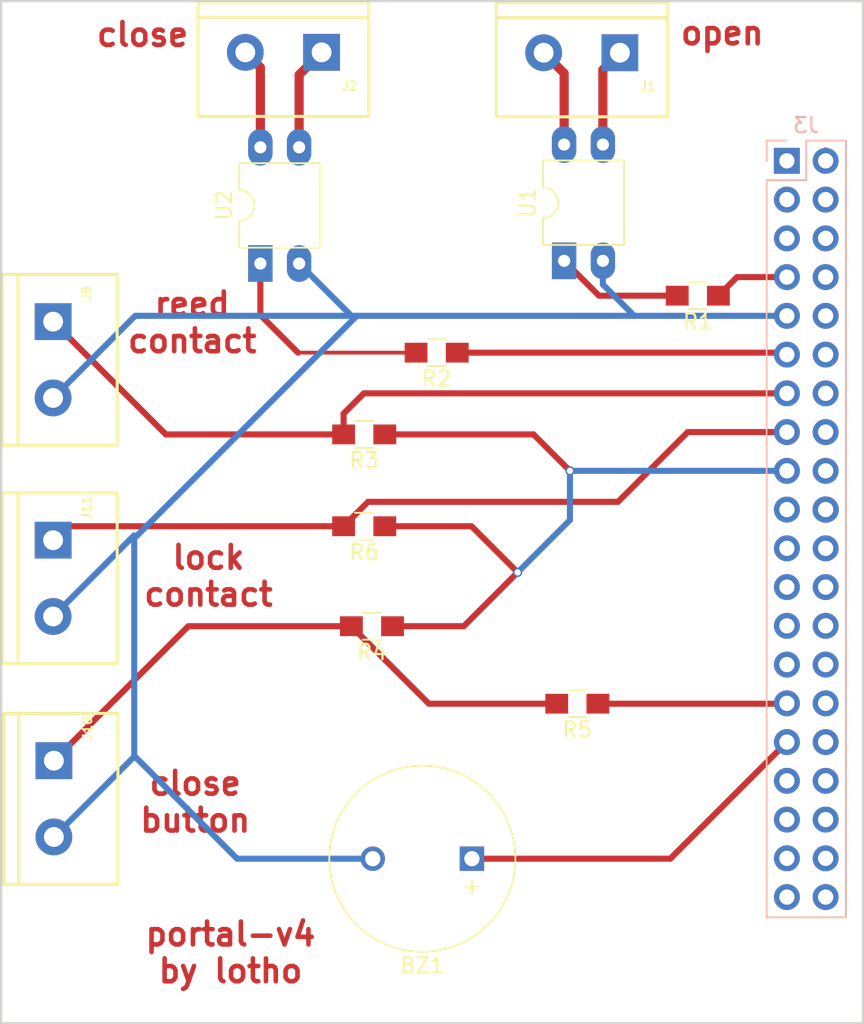
<source format=kicad_pcb>
(kicad_pcb (version 4) (host pcbnew 4.0.7)

  (general
    (links 25)
    (no_connects 0)
    (area 114.727667 58.755399 175.506811 127.33)
    (thickness 1.6)
    (drawings 10)
    (tracks 76)
    (zones 0)
    (modules 19)
    (nets 52)
  )

  (page A4)
  (layers
    (0 F.Cu signal)
    (31 B.Cu signal)
    (32 B.Adhes user)
    (33 F.Adhes user)
    (34 B.Paste user)
    (35 F.Paste user)
    (36 B.SilkS user)
    (37 F.SilkS user)
    (38 B.Mask user)
    (39 F.Mask user)
    (40 Dwgs.User user)
    (41 Cmts.User user)
    (42 Eco1.User user)
    (43 Eco2.User user)
    (44 Edge.Cuts user)
    (45 Margin user)
    (46 B.CrtYd user)
    (47 F.CrtYd user)
    (48 B.Fab user)
    (49 F.Fab user)
  )

  (setup
    (last_trace_width 0.4)
    (trace_clearance 0.2)
    (zone_clearance 0.508)
    (zone_45_only no)
    (trace_min 0.2)
    (segment_width 0.2)
    (edge_width 0.15)
    (via_size 0.6)
    (via_drill 0.4)
    (via_min_size 0.4)
    (via_min_drill 0.3)
    (uvia_size 0.3)
    (uvia_drill 0.1)
    (uvias_allowed no)
    (uvia_min_size 0.2)
    (uvia_min_drill 0.1)
    (pcb_text_width 0.3)
    (pcb_text_size 1.5 1.5)
    (mod_edge_width 0.15)
    (mod_text_size 1 1)
    (mod_text_width 0.15)
    (pad_size 2.4 1.6)
    (pad_drill 0.8)
    (pad_to_mask_clearance 0.2)
    (aux_axis_origin 0 0)
    (visible_elements FFFFFF7F)
    (pcbplotparams
      (layerselection 0x010fc_80000001)
      (usegerberextensions true)
      (excludeedgelayer true)
      (linewidth 0.100000)
      (plotframeref false)
      (viasonmask false)
      (mode 1)
      (useauxorigin true)
      (hpglpennumber 1)
      (hpglpenspeed 20)
      (hpglpendiameter 15)
      (hpglpenoverlay 2)
      (psnegative false)
      (psa4output false)
      (plotreference true)
      (plotvalue true)
      (plotinvisibletext false)
      (padsonsilk false)
      (subtractmaskfromsilk false)
      (outputformat 1)
      (mirror false)
      (drillshape 0)
      (scaleselection 1)
      (outputdirectory gerber-v0.1/))
  )

  (net 0 "")
  (net 1 /keymatic_open)
  (net 2 "Net-(J1-Pad1)")
  (net 3 GND)
  (net 4 "Net-(J1-Pad2)")
  (net 5 /keymatic_close)
  (net 6 "Net-(J2-Pad1)")
  (net 7 "Net-(J2-Pad2)")
  (net 8 "Net-(J3-Pad3)")
  (net 9 "Net-(J3-Pad4)")
  (net 10 "Net-(J3-Pad5)")
  (net 11 "Net-(J3-Pad6)")
  (net 12 "Net-(J3-Pad8)")
  (net 13 "Net-(J3-Pad10)")
  (net 14 "Net-(J3-Pad12)")
  (net 15 "Net-(J3-Pad14)")
  (net 16 "Net-(J3-Pad16)")
  (net 17 "Net-(J3-Pad18)")
  (net 18 "Net-(J3-Pad20)")
  (net 19 "Net-(J3-Pad22)")
  (net 20 "Net-(J3-Pad23)")
  (net 21 "Net-(J3-Pad24)")
  (net 22 "Net-(J3-Pad26)")
  (net 23 "Net-(J3-Pad27)")
  (net 24 "Net-(J3-Pad28)")
  (net 25 "Net-(J3-Pad30)")
  (net 26 "Net-(J3-Pad32)")
  (net 27 "Net-(J3-Pad33)")
  (net 28 "Net-(J3-Pad34)")
  (net 29 "Net-(J3-Pad35)")
  (net 30 "Net-(J3-Pad36)")
  (net 31 "Net-(J3-Pad37)")
  (net 32 "Net-(J3-Pad38)")
  (net 33 "Net-(J3-Pad39)")
  (net 34 "Net-(J3-Pad40)")
  (net 35 "Net-(J4-Pad1)")
  (net 36 "Net-(J5-Pad1)")
  (net 37 "Net-(J6-Pad1)")
  (net 38 "Net-(J7-Pad1)")
  (net 39 /reed_contact)
  (net 40 /closebutton)
  (net 41 /beeper)
  (net 42 "Net-(R1-Pad2)")
  (net 43 "Net-(R2-Pad2)")
  (net 44 VCC)
  (net 45 /5V)
  (net 46 "Net-(J10-Pad1)")
  (net 47 "Net-(J3-Pad19)")
  (net 48 "Net-(J3-Pad21)")
  (net 49 "Net-(J3-Pad1)")
  (net 50 /lock_contact)
  (net 51 "Net-(J3-Pad25)")

  (net_class Default "Dies ist die voreingestellte Netzklasse."
    (clearance 0.2)
    (trace_width 0.4)
    (via_dia 0.6)
    (via_drill 0.4)
    (uvia_dia 0.3)
    (uvia_drill 0.1)
    (add_net /5V)
    (add_net /beeper)
    (add_net /closebutton)
    (add_net /keymatic_close)
    (add_net /keymatic_open)
    (add_net /lock_contact)
    (add_net /reed_contact)
    (add_net GND)
    (add_net "Net-(J10-Pad1)")
    (add_net "Net-(J3-Pad1)")
    (add_net "Net-(J3-Pad10)")
    (add_net "Net-(J3-Pad12)")
    (add_net "Net-(J3-Pad14)")
    (add_net "Net-(J3-Pad16)")
    (add_net "Net-(J3-Pad18)")
    (add_net "Net-(J3-Pad19)")
    (add_net "Net-(J3-Pad20)")
    (add_net "Net-(J3-Pad21)")
    (add_net "Net-(J3-Pad22)")
    (add_net "Net-(J3-Pad23)")
    (add_net "Net-(J3-Pad24)")
    (add_net "Net-(J3-Pad25)")
    (add_net "Net-(J3-Pad26)")
    (add_net "Net-(J3-Pad27)")
    (add_net "Net-(J3-Pad28)")
    (add_net "Net-(J3-Pad3)")
    (add_net "Net-(J3-Pad30)")
    (add_net "Net-(J3-Pad32)")
    (add_net "Net-(J3-Pad33)")
    (add_net "Net-(J3-Pad34)")
    (add_net "Net-(J3-Pad35)")
    (add_net "Net-(J3-Pad36)")
    (add_net "Net-(J3-Pad37)")
    (add_net "Net-(J3-Pad38)")
    (add_net "Net-(J3-Pad39)")
    (add_net "Net-(J3-Pad4)")
    (add_net "Net-(J3-Pad40)")
    (add_net "Net-(J3-Pad5)")
    (add_net "Net-(J3-Pad6)")
    (add_net "Net-(J3-Pad8)")
    (add_net "Net-(J4-Pad1)")
    (add_net "Net-(J5-Pad1)")
    (add_net "Net-(J6-Pad1)")
    (add_net "Net-(J7-Pad1)")
    (add_net "Net-(R1-Pad2)")
    (add_net "Net-(R2-Pad2)")
    (add_net VCC)
  )

  (net_class "more power" ""
    (clearance 0.2)
    (trace_width 0.6)
    (via_dia 0.6)
    (via_drill 0.4)
    (uvia_dia 0.3)
    (uvia_drill 0.1)
    (add_net "Net-(J1-Pad1)")
    (add_net "Net-(J1-Pad2)")
    (add_net "Net-(J2-Pad1)")
    (add_net "Net-(J2-Pad2)")
  )

  (module Socket_Strips:Socket_Strip_Straight_2x20_Pitch2.54mm (layer B.Cu) (tedit 5A749DB4) (tstamp 59A2EE0A)
    (at 167.513 69.469 180)
    (descr "Through hole straight socket strip, 2x20, 2.54mm pitch, double rows")
    (tags "Through hole socket strip THT 2x20 2.54mm double row")
    (path /59A2E852)
    (fp_text reference J3 (at -1.27 2.33 180) (layer B.SilkS)
      (effects (font (size 1 1) (thickness 0.15)) (justify mirror))
    )
    (fp_text value Raspberry_Pi_2_3 (at -1.27 -50.59 180) (layer B.Fab) hide
      (effects (font (size 1 1) (thickness 0.15)) (justify mirror))
    )
    (fp_line (start -3.81 1.27) (end -3.81 -49.53) (layer B.Fab) (width 0.1))
    (fp_line (start -3.81 -49.53) (end 1.27 -49.53) (layer B.Fab) (width 0.1))
    (fp_line (start 1.27 -49.53) (end 1.27 1.27) (layer B.Fab) (width 0.1))
    (fp_line (start 1.27 1.27) (end -3.81 1.27) (layer B.Fab) (width 0.1))
    (fp_line (start 1.33 -1.27) (end 1.33 -49.59) (layer B.SilkS) (width 0.12))
    (fp_line (start 1.33 -49.59) (end -3.87 -49.59) (layer B.SilkS) (width 0.12))
    (fp_line (start -3.87 -49.59) (end -3.87 1.33) (layer B.SilkS) (width 0.12))
    (fp_line (start -3.87 1.33) (end -1.27 1.33) (layer B.SilkS) (width 0.12))
    (fp_line (start -1.27 1.33) (end -1.27 -1.27) (layer B.SilkS) (width 0.12))
    (fp_line (start -1.27 -1.27) (end 1.33 -1.27) (layer B.SilkS) (width 0.12))
    (fp_line (start 1.33 0) (end 1.33 1.33) (layer B.SilkS) (width 0.12))
    (fp_line (start 1.33 1.33) (end 0.06 1.33) (layer B.SilkS) (width 0.12))
    (fp_line (start -4.35 1.8) (end -4.35 -50.05) (layer B.CrtYd) (width 0.05))
    (fp_line (start -4.35 -50.05) (end 1.8 -50.05) (layer B.CrtYd) (width 0.05))
    (fp_line (start 1.8 -50.05) (end 1.8 1.8) (layer B.CrtYd) (width 0.05))
    (fp_line (start 1.8 1.8) (end -4.35 1.8) (layer B.CrtYd) (width 0.05))
    (fp_text user %R (at -1.27 2.33 180) (layer B.Fab)
      (effects (font (size 1 1) (thickness 0.15)) (justify mirror))
    )
    (pad 1 thru_hole rect (at 0 0 180) (size 1.7 1.7) (drill 1) (layers *.Cu *.Mask)
      (net 49 "Net-(J3-Pad1)"))
    (pad 2 thru_hole oval (at -2.54 0 180) (size 1.7 1.7) (drill 1) (layers *.Cu *.Mask)
      (net 45 /5V))
    (pad 3 thru_hole oval (at 0 -2.54 180) (size 1.7 1.7) (drill 1) (layers *.Cu *.Mask)
      (net 8 "Net-(J3-Pad3)"))
    (pad 4 thru_hole oval (at -2.54 -2.54 180) (size 1.7 1.7) (drill 1) (layers *.Cu *.Mask)
      (net 9 "Net-(J3-Pad4)"))
    (pad 5 thru_hole oval (at 0 -5.08 180) (size 1.7 1.7) (drill 1) (layers *.Cu *.Mask)
      (net 10 "Net-(J3-Pad5)"))
    (pad 6 thru_hole oval (at -2.54 -5.08 180) (size 1.7 1.7) (drill 1) (layers *.Cu *.Mask)
      (net 11 "Net-(J3-Pad6)"))
    (pad 7 thru_hole oval (at 0 -7.62 180) (size 1.7 1.7) (drill 1) (layers *.Cu *.Mask)
      (net 1 /keymatic_open))
    (pad 8 thru_hole oval (at -2.54 -7.62 180) (size 1.7 1.7) (drill 1) (layers *.Cu *.Mask)
      (net 12 "Net-(J3-Pad8)"))
    (pad 9 thru_hole oval (at 0 -10.16 180) (size 1.7 1.7) (drill 1) (layers *.Cu *.Mask)
      (net 3 GND))
    (pad 10 thru_hole oval (at -2.54 -10.16 180) (size 1.7 1.7) (drill 1) (layers *.Cu *.Mask)
      (net 13 "Net-(J3-Pad10)"))
    (pad 11 thru_hole oval (at 0 -12.7 180) (size 1.7 1.7) (drill 1) (layers *.Cu *.Mask)
      (net 5 /keymatic_close))
    (pad 12 thru_hole oval (at -2.54 -12.7 180) (size 1.7 1.7) (drill 1) (layers *.Cu *.Mask)
      (net 14 "Net-(J3-Pad12)"))
    (pad 13 thru_hole oval (at 0 -15.24 180) (size 1.7 1.7) (drill 1) (layers *.Cu *.Mask)
      (net 39 /reed_contact))
    (pad 14 thru_hole oval (at -2.54 -15.24 180) (size 1.7 1.7) (drill 1) (layers *.Cu *.Mask)
      (net 15 "Net-(J3-Pad14)"))
    (pad 15 thru_hole oval (at 0 -17.78 180) (size 1.7 1.7) (drill 1) (layers *.Cu *.Mask)
      (net 50 /lock_contact))
    (pad 16 thru_hole oval (at -2.54 -17.78 180) (size 1.7 1.7) (drill 1) (layers *.Cu *.Mask)
      (net 16 "Net-(J3-Pad16)"))
    (pad 17 thru_hole oval (at 0 -20.32 180) (size 1.7 1.7) (drill 1) (layers *.Cu *.Mask)
      (net 44 VCC))
    (pad 18 thru_hole oval (at -2.54 -20.32 180) (size 1.7 1.7) (drill 1) (layers *.Cu *.Mask)
      (net 17 "Net-(J3-Pad18)"))
    (pad 19 thru_hole oval (at 0 -22.86 180) (size 1.7 1.7) (drill 1) (layers *.Cu *.Mask)
      (net 47 "Net-(J3-Pad19)"))
    (pad 20 thru_hole oval (at -2.54 -22.86 180) (size 1.7272 1.7272) (drill 1) (layers *.Cu *.Mask)
      (net 18 "Net-(J3-Pad20)"))
    (pad 21 thru_hole oval (at 0 -25.4 180) (size 1.7 1.7) (drill 1) (layers *.Cu *.Mask)
      (net 48 "Net-(J3-Pad21)"))
    (pad 22 thru_hole oval (at -2.54 -25.4 180) (size 1.7 1.7) (drill 1) (layers *.Cu *.Mask)
      (net 19 "Net-(J3-Pad22)"))
    (pad 23 thru_hole oval (at 0 -27.94 180) (size 1.7 1.7) (drill 1) (layers *.Cu *.Mask)
      (net 20 "Net-(J3-Pad23)"))
    (pad 24 thru_hole oval (at -2.54 -27.94 180) (size 1.7 1.7) (drill 1) (layers *.Cu *.Mask)
      (net 21 "Net-(J3-Pad24)"))
    (pad 25 thru_hole oval (at 0 -30.48 180) (size 1.7 1.7) (drill 1) (layers *.Cu *.Mask)
      (net 51 "Net-(J3-Pad25)"))
    (pad 26 thru_hole oval (at -2.54 -30.48 180) (size 1.7 1.7) (drill 1) (layers *.Cu *.Mask)
      (net 22 "Net-(J3-Pad26)"))
    (pad 27 thru_hole oval (at 0 -33.02 180) (size 1.7 1.7) (drill 1) (layers *.Cu *.Mask)
      (net 23 "Net-(J3-Pad27)"))
    (pad 28 thru_hole oval (at -2.54 -33.02 180) (size 1.7 1.7) (drill 1) (layers *.Cu *.Mask)
      (net 24 "Net-(J3-Pad28)"))
    (pad 29 thru_hole oval (at 0 -35.56 180) (size 1.7 1.7) (drill 1) (layers *.Cu *.Mask)
      (net 40 /closebutton))
    (pad 30 thru_hole oval (at -2.54 -35.56 180) (size 1.7 1.7) (drill 1) (layers *.Cu *.Mask)
      (net 25 "Net-(J3-Pad30)"))
    (pad 31 thru_hole oval (at 0 -38.1 180) (size 1.7 1.7) (drill 1) (layers *.Cu *.Mask)
      (net 41 /beeper))
    (pad 32 thru_hole oval (at -2.54 -38.1 180) (size 1.7 1.7) (drill 1) (layers *.Cu *.Mask)
      (net 26 "Net-(J3-Pad32)"))
    (pad 33 thru_hole oval (at 0 -40.64 180) (size 1.7 1.7) (drill 1) (layers *.Cu *.Mask)
      (net 27 "Net-(J3-Pad33)"))
    (pad 34 thru_hole oval (at -2.54 -40.64 180) (size 1.7 1.7) (drill 1) (layers *.Cu *.Mask)
      (net 28 "Net-(J3-Pad34)"))
    (pad 35 thru_hole oval (at 0 -43.18 180) (size 1.7 1.7) (drill 1) (layers *.Cu *.Mask)
      (net 29 "Net-(J3-Pad35)"))
    (pad 36 thru_hole oval (at -2.54 -43.18 180) (size 1.7 1.7) (drill 1) (layers *.Cu *.Mask)
      (net 30 "Net-(J3-Pad36)"))
    (pad 37 thru_hole oval (at 0 -45.72 180) (size 1.7 1.7) (drill 1) (layers *.Cu *.Mask)
      (net 31 "Net-(J3-Pad37)"))
    (pad 38 thru_hole oval (at -2.54 -45.72 180) (size 1.7 1.7) (drill 1) (layers *.Cu *.Mask)
      (net 32 "Net-(J3-Pad38)"))
    (pad 39 thru_hole oval (at 0 -48.26 180) (size 1.7 1.7) (drill 1) (layers *.Cu *.Mask)
      (net 33 "Net-(J3-Pad39)"))
    (pad 40 thru_hole oval (at -2.54 -48.26 180) (size 1.7 1.7) (drill 1) (layers *.Cu *.Mask)
      (net 34 "Net-(J3-Pad40)"))
    (model ${KISYS3DMOD}/Socket_Strips.3dshapes/Socket_Strip_Straight_2x20_Pitch2.54mm.wrl
      (at (xyz -0.05 -0.95 0))
      (scale (xyz 1 1 1))
      (rotate (xyz 0 0 270))
    )
  )

  (module Mounting_Holes:MountingHole_2.7mm_M2.5 (layer F.Cu) (tedit 5A749DDA) (tstamp 59A36BDA)
    (at 168.783 64.516)
    (descr "Mounting Hole 2.7mm, no annular, M2.5")
    (tags "mounting hole 2.7mm no annular m2.5")
    (path /59A2F46F)
    (fp_text reference J4 (at 0 -3.7) (layer F.SilkS) hide
      (effects (font (size 1 1) (thickness 0.15)))
    )
    (fp_text value CONN_01X01 (at 0 3.7) (layer F.Fab) hide
      (effects (font (size 1 1) (thickness 0.15)))
    )
    (fp_circle (center 0 0) (end 2.7 0) (layer Cmts.User) (width 0.15))
    (fp_circle (center 0 0) (end 2.95 0) (layer F.CrtYd) (width 0.05))
    (pad 1 np_thru_hole circle (at 0 0) (size 2.7 2.7) (drill 2.7) (layers *.Cu *.Mask)
      (net 35 "Net-(J4-Pad1)"))
  )

  (module Mounting_Holes:MountingHole_2.7mm_M2.5 (layer F.Cu) (tedit 5A749DE0) (tstamp 59A36BDF)
    (at 119.761 64.516)
    (descr "Mounting Hole 2.7mm, no annular, M2.5")
    (tags "mounting hole 2.7mm no annular m2.5")
    (path /59A2F525)
    (fp_text reference J5 (at 0 -3.7) (layer F.SilkS) hide
      (effects (font (size 1 1) (thickness 0.15)))
    )
    (fp_text value CONN_01X01 (at 0 3.7) (layer F.Fab) hide
      (effects (font (size 1 1) (thickness 0.15)))
    )
    (fp_circle (center 0 0) (end 2.7 0) (layer Cmts.User) (width 0.15))
    (fp_circle (center 0 0) (end 2.95 0) (layer F.CrtYd) (width 0.05))
    (pad 1 np_thru_hole circle (at 0 0) (size 2.7 2.7) (drill 2.7) (layers *.Cu *.Mask)
      (net 36 "Net-(J5-Pad1)"))
  )

  (module Mounting_Holes:MountingHole_2.7mm_M2.5 (layer F.Cu) (tedit 5A749DBC) (tstamp 59A36BE4)
    (at 119.761 122.555)
    (descr "Mounting Hole 2.7mm, no annular, M2.5")
    (tags "mounting hole 2.7mm no annular m2.5")
    (path /59A2F4E4)
    (fp_text reference J6 (at 0 -3.7) (layer F.SilkS) hide
      (effects (font (size 1 1) (thickness 0.15)))
    )
    (fp_text value CONN_01X01 (at 0 3.7) (layer F.Fab) hide
      (effects (font (size 1 1) (thickness 0.15)))
    )
    (fp_circle (center 0 0) (end 2.7 0) (layer Cmts.User) (width 0.15))
    (fp_circle (center 0 0) (end 2.95 0) (layer F.CrtYd) (width 0.05))
    (pad 1 np_thru_hole circle (at 0 0) (size 2.7 2.7) (drill 2.7) (layers *.Cu *.Mask)
      (net 37 "Net-(J6-Pad1)"))
  )

  (module Mounting_Holes:MountingHole_2.7mm_M2.5 (layer F.Cu) (tedit 5A749DB7) (tstamp 59A36BE9)
    (at 168.783 122.555)
    (descr "Mounting Hole 2.7mm, no annular, M2.5")
    (tags "mounting hole 2.7mm no annular m2.5")
    (path /59A2F577)
    (fp_text reference J7 (at 0 -3.7) (layer F.SilkS) hide
      (effects (font (size 1 1) (thickness 0.15)))
    )
    (fp_text value CONN_01X01 (at 0 3.7) (layer F.Fab) hide
      (effects (font (size 1 1) (thickness 0.15)))
    )
    (fp_circle (center 0 0) (end 2.7 0) (layer Cmts.User) (width 0.15))
    (fp_circle (center 0 0) (end 2.95 0) (layer F.CrtYd) (width 0.05))
    (pad 1 np_thru_hole circle (at 0 0) (size 2.7 2.7) (drill 2.7) (layers *.Cu *.Mask)
      (net 38 "Net-(J7-Pad1)"))
  )

  (module Buzzers_Beepers:MagneticBuzzer_ProSignal_ABT-410-RC (layer F.Cu) (tedit 58B1D34E) (tstamp 5A1D6BEB)
    (at 146.8628 115.2144 180)
    (descr "Buzzer, Elektromagnetic Beeper, Summer, 1,5V-DC,")
    (tags "Pro Signal ABT-410-RC ")
    (path /5A1ADD4A)
    (fp_text reference BZ1 (at 3.25 -7 180) (layer F.SilkS)
      (effects (font (size 1 1) (thickness 0.15)))
    )
    (fp_text value Buzzer (at 3.25 7 180) (layer F.Fab)
      (effects (font (size 1 1) (thickness 0.15)))
    )
    (fp_text user + (at 0 -1.8 180) (layer F.Fab)
      (effects (font (size 1 1) (thickness 0.15)))
    )
    (fp_circle (center 3.25 0) (end 9.5 0) (layer F.CrtYd) (width 0.05))
    (fp_circle (center 3.25 0) (end 9.35 0) (layer F.SilkS) (width 0.12))
    (fp_text user + (at 0 -1.8 180) (layer F.SilkS)
      (effects (font (size 1 1) (thickness 0.15)))
    )
    (fp_text user %R (at 3.25 -7 180) (layer F.Fab)
      (effects (font (size 1 1) (thickness 0.15)))
    )
    (fp_circle (center 3.25 0) (end 4.4 0) (layer F.Fab) (width 0.1))
    (fp_circle (center 3.25 0) (end 9.25 0) (layer F.Fab) (width 0.1))
    (pad 1 thru_hole rect (at 0 0 180) (size 1.6 1.6) (drill 1) (layers *.Cu *.Mask)
      (net 41 /beeper))
    (pad 2 thru_hole circle (at 6.5 0 180) (size 1.6 1.6) (drill 1) (layers *.Cu *.Mask)
      (net 3 GND))
    (model Buzzers_Beepers.3dshapes/MagneticBuzzer_ProSignal_ABT-410-RC.wrl
      (at (xyz 0 0 0))
      (scale (xyz 1 1 1))
      (rotate (xyz 0 0 0))
    )
  )

  (module SparkFun-Connectors:SCREWTERMINAL-5MM-2 (layer F.Cu) (tedit 5A749DD2) (tstamp 5A22EF04)
    (at 156.5656 62.3824 180)
    (descr "<h3>Screw Terminal  5mm Pitch -2 Pin PTH</h3>\n<p>Specifications:\n<ul><li>Pin count: 2</li>\n<li>Pin pitch: 5mm/197mil</li>\n</ul></p>\n<p><a href=”https://www.sparkfun.com/datasheets/Prototyping/Screw-Terminal-5mm.pdf”>Datasheet referenced for footprint</a></p>\n<p>Example device(s):\n<ul><li>CONN_02</li>\n</ul></p>")
    (path /59A2EDC8)
    (fp_text reference J1 (at -1.27 -2.54 180) (layer F.SilkS)
      (effects (font (size 0.57912 0.57912) (thickness 0.12192)) (justify left bottom))
    )
    (fp_text value Screw_Terminal_1x02 (at -1.27 -1.27 180) (layer F.SilkS) hide
      (effects (font (size 0.57912 0.57912) (thickness 0.12192)) (justify left bottom))
    )
    (fp_line (start -3.1 -4.2) (end 8.1 -4.2) (layer F.SilkS) (width 0.2032))
    (fp_line (start 8.1 -4.2) (end 8.1 2.3) (layer F.SilkS) (width 0.2032))
    (fp_line (start 8.1 2.3) (end 8.1 3.3) (layer F.SilkS) (width 0.2032))
    (fp_line (start 8.1 3.3) (end -3.1 3.3) (layer F.SilkS) (width 0.2032))
    (fp_line (start -3.1 3.3) (end -3.1 2.3) (layer F.SilkS) (width 0.2032))
    (fp_line (start -3.1 2.3) (end -3.1 -4.2) (layer F.SilkS) (width 0.2032))
    (fp_line (start 8.1 2.3) (end -3.1 2.3) (layer F.SilkS) (width 0.2032))
    (fp_line (start -3.1 1.35) (end -3.7 1.35) (layer Dwgs.User) (width 0.2032))
    (fp_line (start -3.7 1.35) (end -3.7 2.35) (layer Dwgs.User) (width 0.2032))
    (fp_line (start -3.7 2.35) (end -3.1 2.35) (layer Dwgs.User) (width 0.2032))
    (fp_line (start 8.1 -4) (end 8.7 -4) (layer Dwgs.User) (width 0.2032))
    (fp_line (start 8.7 -4) (end 8.7 -3) (layer Dwgs.User) (width 0.2032))
    (fp_line (start 8.7 -3) (end 8.1 -3) (layer Dwgs.User) (width 0.2032))
    (fp_circle (center 2.5 -3.7) (end 2.7828 -3.7) (layer Dwgs.User) (width 0.127))
    (pad 1 thru_hole rect (at 0 0 180) (size 2.413 2.413) (drill 1.3) (layers *.Cu *.Mask)
      (net 2 "Net-(J1-Pad1)"))
    (pad 2 thru_hole circle (at 5 0 180) (size 2.413 2.413) (drill 1.3) (layers *.Cu *.Mask)
      (net 4 "Net-(J1-Pad2)"))
  )

  (module SparkFun-Connectors:SCREWTERMINAL-5MM-2 (layer F.Cu) (tedit 5A749DCD) (tstamp 5A22EF18)
    (at 137.0076 62.357 180)
    (descr "<h3>Screw Terminal  5mm Pitch -2 Pin PTH</h3>\n<p>Specifications:\n<ul><li>Pin count: 2</li>\n<li>Pin pitch: 5mm/197mil</li>\n</ul></p>\n<p><a href=”https://www.sparkfun.com/datasheets/Prototyping/Screw-Terminal-5mm.pdf”>Datasheet referenced for footprint</a></p>\n<p>Example device(s):\n<ul><li>CONN_02</li>\n</ul></p>")
    (path /59A2EE6F)
    (fp_text reference J2 (at -1.27 -2.54 180) (layer F.SilkS)
      (effects (font (size 0.57912 0.57912) (thickness 0.12192)) (justify left bottom))
    )
    (fp_text value Screw_Terminal_1x02 (at -1.27 -1.27 180) (layer F.SilkS) hide
      (effects (font (size 0.57912 0.57912) (thickness 0.12192)) (justify left bottom))
    )
    (fp_line (start -3.1 -4.2) (end 8.1 -4.2) (layer F.SilkS) (width 0.2032))
    (fp_line (start 8.1 -4.2) (end 8.1 2.3) (layer F.SilkS) (width 0.2032))
    (fp_line (start 8.1 2.3) (end 8.1 3.3) (layer F.SilkS) (width 0.2032))
    (fp_line (start 8.1 3.3) (end -3.1 3.3) (layer F.SilkS) (width 0.2032))
    (fp_line (start -3.1 3.3) (end -3.1 2.3) (layer F.SilkS) (width 0.2032))
    (fp_line (start -3.1 2.3) (end -3.1 -4.2) (layer F.SilkS) (width 0.2032))
    (fp_line (start 8.1 2.3) (end -3.1 2.3) (layer F.SilkS) (width 0.2032))
    (fp_line (start -3.1 1.35) (end -3.7 1.35) (layer Dwgs.User) (width 0.2032))
    (fp_line (start -3.7 1.35) (end -3.7 2.35) (layer Dwgs.User) (width 0.2032))
    (fp_line (start -3.7 2.35) (end -3.1 2.35) (layer Dwgs.User) (width 0.2032))
    (fp_line (start 8.1 -4) (end 8.7 -4) (layer Dwgs.User) (width 0.2032))
    (fp_line (start 8.7 -4) (end 8.7 -3) (layer Dwgs.User) (width 0.2032))
    (fp_line (start 8.7 -3) (end 8.1 -3) (layer Dwgs.User) (width 0.2032))
    (fp_circle (center 2.5 -3.7) (end 2.7828 -3.7) (layer Dwgs.User) (width 0.127))
    (pad 1 thru_hole rect (at 0 0 180) (size 2.413 2.413) (drill 1.3) (layers *.Cu *.Mask)
      (net 6 "Net-(J2-Pad1)"))
    (pad 2 thru_hole circle (at 5 0 180) (size 2.413 2.413) (drill 1.3) (layers *.Cu *.Mask)
      (net 7 "Net-(J2-Pad2)"))
  )

  (module SparkFun-Connectors:SCREWTERMINAL-5MM-2 (layer F.Cu) (tedit 5A749DC9) (tstamp 5A22EF2C)
    (at 119.4054 80.01 270)
    (descr "<h3>Screw Terminal  5mm Pitch -2 Pin PTH</h3>\n<p>Specifications:\n<ul><li>Pin count: 2</li>\n<li>Pin pitch: 5mm/197mil</li>\n</ul></p>\n<p><a href=”https://www.sparkfun.com/datasheets/Prototyping/Screw-Terminal-5mm.pdf”>Datasheet referenced for footprint</a></p>\n<p>Example device(s):\n<ul><li>CONN_02</li>\n</ul></p>")
    (path /59A2F8A9)
    (fp_text reference J8 (at -1.27 -2.54 270) (layer F.SilkS)
      (effects (font (size 0.57912 0.57912) (thickness 0.12192)) (justify left bottom))
    )
    (fp_text value Screw_Terminal_1x02 (at -1.27 -1.27 270) (layer F.SilkS) hide
      (effects (font (size 0.57912 0.57912) (thickness 0.12192)) (justify left bottom))
    )
    (fp_line (start -3.1 -4.2) (end 8.1 -4.2) (layer F.SilkS) (width 0.2032))
    (fp_line (start 8.1 -4.2) (end 8.1 2.3) (layer F.SilkS) (width 0.2032))
    (fp_line (start 8.1 2.3) (end 8.1 3.3) (layer F.SilkS) (width 0.2032))
    (fp_line (start 8.1 3.3) (end -3.1 3.3) (layer F.SilkS) (width 0.2032))
    (fp_line (start -3.1 3.3) (end -3.1 2.3) (layer F.SilkS) (width 0.2032))
    (fp_line (start -3.1 2.3) (end -3.1 -4.2) (layer F.SilkS) (width 0.2032))
    (fp_line (start 8.1 2.3) (end -3.1 2.3) (layer F.SilkS) (width 0.2032))
    (fp_line (start -3.1 1.35) (end -3.7 1.35) (layer Dwgs.User) (width 0.2032))
    (fp_line (start -3.7 1.35) (end -3.7 2.35) (layer Dwgs.User) (width 0.2032))
    (fp_line (start -3.7 2.35) (end -3.1 2.35) (layer Dwgs.User) (width 0.2032))
    (fp_line (start 8.1 -4) (end 8.7 -4) (layer Dwgs.User) (width 0.2032))
    (fp_line (start 8.7 -4) (end 8.7 -3) (layer Dwgs.User) (width 0.2032))
    (fp_line (start 8.7 -3) (end 8.1 -3) (layer Dwgs.User) (width 0.2032))
    (fp_circle (center 2.5 -3.7) (end 2.7828 -3.7) (layer Dwgs.User) (width 0.127))
    (pad 1 thru_hole rect (at 0 0 270) (size 2.413 2.413) (drill 1.3) (layers *.Cu *.Mask)
      (net 39 /reed_contact))
    (pad 2 thru_hole circle (at 5 0 270) (size 2.413 2.413) (drill 1.3) (layers *.Cu *.Mask)
      (net 3 GND))
  )

  (module SparkFun-Connectors:SCREWTERMINAL-5MM-2 (layer F.Cu) (tedit 5A749DC2) (tstamp 5A22EF40)
    (at 119.4562 108.7882 270)
    (descr "<h3>Screw Terminal  5mm Pitch -2 Pin PTH</h3>\n<p>Specifications:\n<ul><li>Pin count: 2</li>\n<li>Pin pitch: 5mm/197mil</li>\n</ul></p>\n<p><a href=”https://www.sparkfun.com/datasheets/Prototyping/Screw-Terminal-5mm.pdf”>Datasheet referenced for footprint</a></p>\n<p>Example device(s):\n<ul><li>CONN_02</li>\n</ul></p>")
    (path /59AC1DB0)
    (fp_text reference J10 (at -1.27 -2.54 270) (layer F.SilkS)
      (effects (font (size 0.57912 0.57912) (thickness 0.12192)) (justify left bottom))
    )
    (fp_text value Screw_Terminal_1x02 (at -1.27 -1.27 270) (layer F.SilkS) hide
      (effects (font (size 0.57912 0.57912) (thickness 0.12192)) (justify left bottom))
    )
    (fp_line (start -3.1 -4.2) (end 8.1 -4.2) (layer F.SilkS) (width 0.2032))
    (fp_line (start 8.1 -4.2) (end 8.1 2.3) (layer F.SilkS) (width 0.2032))
    (fp_line (start 8.1 2.3) (end 8.1 3.3) (layer F.SilkS) (width 0.2032))
    (fp_line (start 8.1 3.3) (end -3.1 3.3) (layer F.SilkS) (width 0.2032))
    (fp_line (start -3.1 3.3) (end -3.1 2.3) (layer F.SilkS) (width 0.2032))
    (fp_line (start -3.1 2.3) (end -3.1 -4.2) (layer F.SilkS) (width 0.2032))
    (fp_line (start 8.1 2.3) (end -3.1 2.3) (layer F.SilkS) (width 0.2032))
    (fp_line (start -3.1 1.35) (end -3.7 1.35) (layer Dwgs.User) (width 0.2032))
    (fp_line (start -3.7 1.35) (end -3.7 2.35) (layer Dwgs.User) (width 0.2032))
    (fp_line (start -3.7 2.35) (end -3.1 2.35) (layer Dwgs.User) (width 0.2032))
    (fp_line (start 8.1 -4) (end 8.7 -4) (layer Dwgs.User) (width 0.2032))
    (fp_line (start 8.7 -4) (end 8.7 -3) (layer Dwgs.User) (width 0.2032))
    (fp_line (start 8.7 -3) (end 8.1 -3) (layer Dwgs.User) (width 0.2032))
    (fp_circle (center 2.5 -3.7) (end 2.7828 -3.7) (layer Dwgs.User) (width 0.127))
    (pad 1 thru_hole rect (at 0 0 270) (size 2.413 2.413) (drill 1.3) (layers *.Cu *.Mask)
      (net 46 "Net-(J10-Pad1)"))
    (pad 2 thru_hole circle (at 5 0 270) (size 2.413 2.413) (drill 1.3) (layers *.Cu *.Mask)
      (net 3 GND))
  )

  (module SparkFun-Connectors:SCREWTERMINAL-5MM-2 (layer F.Cu) (tedit 5A749DC5) (tstamp 5A22EF54)
    (at 119.4054 94.3356 270)
    (descr "<h3>Screw Terminal  5mm Pitch -2 Pin PTH</h3>\n<p>Specifications:\n<ul><li>Pin count: 2</li>\n<li>Pin pitch: 5mm/197mil</li>\n</ul></p>\n<p><a href=”https://www.sparkfun.com/datasheets/Prototyping/Screw-Terminal-5mm.pdf”>Datasheet referenced for footprint</a></p>\n<p>Example device(s):\n<ul><li>CONN_02</li>\n</ul></p>")
    (path /59AC1BCD)
    (fp_text reference J11 (at -1.27 -2.54 270) (layer F.SilkS)
      (effects (font (size 0.57912 0.57912) (thickness 0.12192)) (justify left bottom))
    )
    (fp_text value Screw_Terminal_1x02 (at -1.27 -1.27 270) (layer F.SilkS) hide
      (effects (font (size 0.57912 0.57912) (thickness 0.12192)) (justify left bottom))
    )
    (fp_line (start -3.1 -4.2) (end 8.1 -4.2) (layer F.SilkS) (width 0.2032))
    (fp_line (start 8.1 -4.2) (end 8.1 2.3) (layer F.SilkS) (width 0.2032))
    (fp_line (start 8.1 2.3) (end 8.1 3.3) (layer F.SilkS) (width 0.2032))
    (fp_line (start 8.1 3.3) (end -3.1 3.3) (layer F.SilkS) (width 0.2032))
    (fp_line (start -3.1 3.3) (end -3.1 2.3) (layer F.SilkS) (width 0.2032))
    (fp_line (start -3.1 2.3) (end -3.1 -4.2) (layer F.SilkS) (width 0.2032))
    (fp_line (start 8.1 2.3) (end -3.1 2.3) (layer F.SilkS) (width 0.2032))
    (fp_line (start -3.1 1.35) (end -3.7 1.35) (layer Dwgs.User) (width 0.2032))
    (fp_line (start -3.7 1.35) (end -3.7 2.35) (layer Dwgs.User) (width 0.2032))
    (fp_line (start -3.7 2.35) (end -3.1 2.35) (layer Dwgs.User) (width 0.2032))
    (fp_line (start 8.1 -4) (end 8.7 -4) (layer Dwgs.User) (width 0.2032))
    (fp_line (start 8.7 -4) (end 8.7 -3) (layer Dwgs.User) (width 0.2032))
    (fp_line (start 8.7 -3) (end 8.1 -3) (layer Dwgs.User) (width 0.2032))
    (fp_circle (center 2.5 -3.7) (end 2.7828 -3.7) (layer Dwgs.User) (width 0.127))
    (pad 1 thru_hole rect (at 0 0 270) (size 2.413 2.413) (drill 1.3) (layers *.Cu *.Mask)
      (net 50 /lock_contact))
    (pad 2 thru_hole circle (at 5 0 270) (size 2.413 2.413) (drill 1.3) (layers *.Cu *.Mask)
      (net 3 GND))
  )

  (module Resistors_SMD:R_0805_HandSoldering (layer F.Cu) (tedit 58E0A804) (tstamp 5A22EF65)
    (at 161.671 78.3082 180)
    (descr "Resistor SMD 0805, hand soldering")
    (tags "resistor 0805")
    (path /59AC0B63)
    (attr smd)
    (fp_text reference R1 (at 0 -1.7 180) (layer F.SilkS)
      (effects (font (size 1 1) (thickness 0.15)))
    )
    (fp_text value 100 (at 0 1.75 180) (layer F.Fab)
      (effects (font (size 1 1) (thickness 0.15)))
    )
    (fp_text user %R (at 0 0 180) (layer F.Fab)
      (effects (font (size 0.5 0.5) (thickness 0.075)))
    )
    (fp_line (start -1 0.62) (end -1 -0.62) (layer F.Fab) (width 0.1))
    (fp_line (start 1 0.62) (end -1 0.62) (layer F.Fab) (width 0.1))
    (fp_line (start 1 -0.62) (end 1 0.62) (layer F.Fab) (width 0.1))
    (fp_line (start -1 -0.62) (end 1 -0.62) (layer F.Fab) (width 0.1))
    (fp_line (start 0.6 0.88) (end -0.6 0.88) (layer F.SilkS) (width 0.12))
    (fp_line (start -0.6 -0.88) (end 0.6 -0.88) (layer F.SilkS) (width 0.12))
    (fp_line (start -2.35 -0.9) (end 2.35 -0.9) (layer F.CrtYd) (width 0.05))
    (fp_line (start -2.35 -0.9) (end -2.35 0.9) (layer F.CrtYd) (width 0.05))
    (fp_line (start 2.35 0.9) (end 2.35 -0.9) (layer F.CrtYd) (width 0.05))
    (fp_line (start 2.35 0.9) (end -2.35 0.9) (layer F.CrtYd) (width 0.05))
    (pad 1 smd rect (at -1.35 0 180) (size 1.5 1.3) (layers F.Cu F.Paste F.Mask)
      (net 1 /keymatic_open))
    (pad 2 smd rect (at 1.35 0 180) (size 1.5 1.3) (layers F.Cu F.Paste F.Mask)
      (net 42 "Net-(R1-Pad2)"))
    (model ${KISYS3DMOD}/Resistors_SMD.3dshapes/R_0805.wrl
      (at (xyz 0 0 0))
      (scale (xyz 1 1 1))
      (rotate (xyz 0 0 0))
    )
  )

  (module Resistors_SMD:R_0805_HandSoldering (layer F.Cu) (tedit 58E0A804) (tstamp 5A22EF76)
    (at 144.5514 82.042 180)
    (descr "Resistor SMD 0805, hand soldering")
    (tags "resistor 0805")
    (path /59AC0BFA)
    (attr smd)
    (fp_text reference R2 (at 0 -1.7 180) (layer F.SilkS)
      (effects (font (size 1 1) (thickness 0.15)))
    )
    (fp_text value 100 (at 0 1.75 180) (layer F.Fab)
      (effects (font (size 1 1) (thickness 0.15)))
    )
    (fp_text user %R (at 0 0 180) (layer F.Fab)
      (effects (font (size 0.5 0.5) (thickness 0.075)))
    )
    (fp_line (start -1 0.62) (end -1 -0.62) (layer F.Fab) (width 0.1))
    (fp_line (start 1 0.62) (end -1 0.62) (layer F.Fab) (width 0.1))
    (fp_line (start 1 -0.62) (end 1 0.62) (layer F.Fab) (width 0.1))
    (fp_line (start -1 -0.62) (end 1 -0.62) (layer F.Fab) (width 0.1))
    (fp_line (start 0.6 0.88) (end -0.6 0.88) (layer F.SilkS) (width 0.12))
    (fp_line (start -0.6 -0.88) (end 0.6 -0.88) (layer F.SilkS) (width 0.12))
    (fp_line (start -2.35 -0.9) (end 2.35 -0.9) (layer F.CrtYd) (width 0.05))
    (fp_line (start -2.35 -0.9) (end -2.35 0.9) (layer F.CrtYd) (width 0.05))
    (fp_line (start 2.35 0.9) (end 2.35 -0.9) (layer F.CrtYd) (width 0.05))
    (fp_line (start 2.35 0.9) (end -2.35 0.9) (layer F.CrtYd) (width 0.05))
    (pad 1 smd rect (at -1.35 0 180) (size 1.5 1.3) (layers F.Cu F.Paste F.Mask)
      (net 5 /keymatic_close))
    (pad 2 smd rect (at 1.35 0 180) (size 1.5 1.3) (layers F.Cu F.Paste F.Mask)
      (net 43 "Net-(R2-Pad2)"))
    (model ${KISYS3DMOD}/Resistors_SMD.3dshapes/R_0805.wrl
      (at (xyz 0 0 0))
      (scale (xyz 1 1 1))
      (rotate (xyz 0 0 0))
    )
  )

  (module Resistors_SMD:R_0805_HandSoldering (layer F.Cu) (tedit 58E0A804) (tstamp 5A22EF87)
    (at 139.8016 87.4014 180)
    (descr "Resistor SMD 0805, hand soldering")
    (tags "resistor 0805")
    (path /59AC39F8)
    (attr smd)
    (fp_text reference R3 (at 0 -1.7 180) (layer F.SilkS)
      (effects (font (size 1 1) (thickness 0.15)))
    )
    (fp_text value 10k (at 0 1.75 180) (layer F.Fab)
      (effects (font (size 1 1) (thickness 0.15)))
    )
    (fp_text user %R (at 0 0 180) (layer F.Fab)
      (effects (font (size 0.5 0.5) (thickness 0.075)))
    )
    (fp_line (start -1 0.62) (end -1 -0.62) (layer F.Fab) (width 0.1))
    (fp_line (start 1 0.62) (end -1 0.62) (layer F.Fab) (width 0.1))
    (fp_line (start 1 -0.62) (end 1 0.62) (layer F.Fab) (width 0.1))
    (fp_line (start -1 -0.62) (end 1 -0.62) (layer F.Fab) (width 0.1))
    (fp_line (start 0.6 0.88) (end -0.6 0.88) (layer F.SilkS) (width 0.12))
    (fp_line (start -0.6 -0.88) (end 0.6 -0.88) (layer F.SilkS) (width 0.12))
    (fp_line (start -2.35 -0.9) (end 2.35 -0.9) (layer F.CrtYd) (width 0.05))
    (fp_line (start -2.35 -0.9) (end -2.35 0.9) (layer F.CrtYd) (width 0.05))
    (fp_line (start 2.35 0.9) (end 2.35 -0.9) (layer F.CrtYd) (width 0.05))
    (fp_line (start 2.35 0.9) (end -2.35 0.9) (layer F.CrtYd) (width 0.05))
    (pad 1 smd rect (at -1.35 0 180) (size 1.5 1.3) (layers F.Cu F.Paste F.Mask)
      (net 44 VCC))
    (pad 2 smd rect (at 1.35 0 180) (size 1.5 1.3) (layers F.Cu F.Paste F.Mask)
      (net 39 /reed_contact))
    (model ${KISYS3DMOD}/Resistors_SMD.3dshapes/R_0805.wrl
      (at (xyz 0 0 0))
      (scale (xyz 1 1 1))
      (rotate (xyz 0 0 0))
    )
  )

  (module Resistors_SMD:R_0805_HandSoldering (layer F.Cu) (tedit 58E0A804) (tstamp 5A22EF98)
    (at 140.3096 99.9744 180)
    (descr "Resistor SMD 0805, hand soldering")
    (tags "resistor 0805")
    (path /59AC4311)
    (attr smd)
    (fp_text reference R4 (at 0 -1.7 180) (layer F.SilkS)
      (effects (font (size 1 1) (thickness 0.15)))
    )
    (fp_text value 5k6 (at 0 1.75 180) (layer F.Fab)
      (effects (font (size 1 1) (thickness 0.15)))
    )
    (fp_text user %R (at 0 0 180) (layer F.Fab)
      (effects (font (size 0.5 0.5) (thickness 0.075)))
    )
    (fp_line (start -1 0.62) (end -1 -0.62) (layer F.Fab) (width 0.1))
    (fp_line (start 1 0.62) (end -1 0.62) (layer F.Fab) (width 0.1))
    (fp_line (start 1 -0.62) (end 1 0.62) (layer F.Fab) (width 0.1))
    (fp_line (start -1 -0.62) (end 1 -0.62) (layer F.Fab) (width 0.1))
    (fp_line (start 0.6 0.88) (end -0.6 0.88) (layer F.SilkS) (width 0.12))
    (fp_line (start -0.6 -0.88) (end 0.6 -0.88) (layer F.SilkS) (width 0.12))
    (fp_line (start -2.35 -0.9) (end 2.35 -0.9) (layer F.CrtYd) (width 0.05))
    (fp_line (start -2.35 -0.9) (end -2.35 0.9) (layer F.CrtYd) (width 0.05))
    (fp_line (start 2.35 0.9) (end 2.35 -0.9) (layer F.CrtYd) (width 0.05))
    (fp_line (start 2.35 0.9) (end -2.35 0.9) (layer F.CrtYd) (width 0.05))
    (pad 1 smd rect (at -1.35 0 180) (size 1.5 1.3) (layers F.Cu F.Paste F.Mask)
      (net 44 VCC))
    (pad 2 smd rect (at 1.35 0 180) (size 1.5 1.3) (layers F.Cu F.Paste F.Mask)
      (net 46 "Net-(J10-Pad1)"))
    (model ${KISYS3DMOD}/Resistors_SMD.3dshapes/R_0805.wrl
      (at (xyz 0 0 0))
      (scale (xyz 1 1 1))
      (rotate (xyz 0 0 0))
    )
  )

  (module Resistors_SMD:R_0805_HandSoldering (layer F.Cu) (tedit 58E0A804) (tstamp 5A22EFA9)
    (at 153.7716 105.0544 180)
    (descr "Resistor SMD 0805, hand soldering")
    (tags "resistor 0805")
    (path /59AC45E1)
    (attr smd)
    (fp_text reference R5 (at 0 -1.7 180) (layer F.SilkS)
      (effects (font (size 1 1) (thickness 0.15)))
    )
    (fp_text value 1k (at 0 1.75 180) (layer F.Fab)
      (effects (font (size 1 1) (thickness 0.15)))
    )
    (fp_text user %R (at 0 0 180) (layer F.Fab)
      (effects (font (size 0.5 0.5) (thickness 0.075)))
    )
    (fp_line (start -1 0.62) (end -1 -0.62) (layer F.Fab) (width 0.1))
    (fp_line (start 1 0.62) (end -1 0.62) (layer F.Fab) (width 0.1))
    (fp_line (start 1 -0.62) (end 1 0.62) (layer F.Fab) (width 0.1))
    (fp_line (start -1 -0.62) (end 1 -0.62) (layer F.Fab) (width 0.1))
    (fp_line (start 0.6 0.88) (end -0.6 0.88) (layer F.SilkS) (width 0.12))
    (fp_line (start -0.6 -0.88) (end 0.6 -0.88) (layer F.SilkS) (width 0.12))
    (fp_line (start -2.35 -0.9) (end 2.35 -0.9) (layer F.CrtYd) (width 0.05))
    (fp_line (start -2.35 -0.9) (end -2.35 0.9) (layer F.CrtYd) (width 0.05))
    (fp_line (start 2.35 0.9) (end 2.35 -0.9) (layer F.CrtYd) (width 0.05))
    (fp_line (start 2.35 0.9) (end -2.35 0.9) (layer F.CrtYd) (width 0.05))
    (pad 1 smd rect (at -1.35 0 180) (size 1.5 1.3) (layers F.Cu F.Paste F.Mask)
      (net 40 /closebutton))
    (pad 2 smd rect (at 1.35 0 180) (size 1.5 1.3) (layers F.Cu F.Paste F.Mask)
      (net 46 "Net-(J10-Pad1)"))
    (model ${KISYS3DMOD}/Resistors_SMD.3dshapes/R_0805.wrl
      (at (xyz 0 0 0))
      (scale (xyz 1 1 1))
      (rotate (xyz 0 0 0))
    )
  )

  (module Resistors_SMD:R_0805_HandSoldering (layer F.Cu) (tedit 5A22EF43) (tstamp 5A22EFBA)
    (at 139.8016 93.4212 180)
    (descr "Resistor SMD 0805, hand soldering")
    (tags "resistor 0805")
    (path /59AD8412)
    (attr smd)
    (fp_text reference R6 (at 0 -1.7 360) (layer F.SilkS)
      (effects (font (size 1 1) (thickness 0.15)))
    )
    (fp_text value 10k (at 0 1.75 180) (layer F.Fab)
      (effects (font (size 1 1) (thickness 0.15)))
    )
    (fp_text user %R (at 0 0 180) (layer F.Fab)
      (effects (font (size 0.5 0.5) (thickness 0.075)))
    )
    (fp_line (start -1 0.62) (end -1 -0.62) (layer F.Fab) (width 0.1))
    (fp_line (start 1 0.62) (end -1 0.62) (layer F.Fab) (width 0.1))
    (fp_line (start 1 -0.62) (end 1 0.62) (layer F.Fab) (width 0.1))
    (fp_line (start -1 -0.62) (end 1 -0.62) (layer F.Fab) (width 0.1))
    (fp_line (start 0.6 0.88) (end -0.6 0.88) (layer F.SilkS) (width 0.12))
    (fp_line (start -0.6 -0.88) (end 0.6 -0.88) (layer F.SilkS) (width 0.12))
    (fp_line (start -2.35 -0.9) (end 2.35 -0.9) (layer F.CrtYd) (width 0.05))
    (fp_line (start -2.35 -0.9) (end -2.35 0.9) (layer F.CrtYd) (width 0.05))
    (fp_line (start 2.35 0.9) (end 2.35 -0.9) (layer F.CrtYd) (width 0.05))
    (fp_line (start 2.35 0.9) (end -2.35 0.9) (layer F.CrtYd) (width 0.05))
    (pad 1 smd rect (at -1.35 0 180) (size 1.5 1.3) (layers F.Cu F.Paste F.Mask)
      (net 44 VCC))
    (pad 2 smd rect (at 1.35 0 180) (size 1.5 1.3) (layers F.Cu F.Paste F.Mask)
      (net 50 /lock_contact))
    (model ${KISYS3DMOD}/Resistors_SMD.3dshapes/R_0805.wrl
      (at (xyz 0 0 0))
      (scale (xyz 1 1 1))
      (rotate (xyz 0 0 0))
    )
  )

  (module Housings_DIP:DIP-4_W7.62mm (layer F.Cu) (tedit 5A74E2FF) (tstamp 5A22EFD2)
    (at 152.908 76.0222 90)
    (descr "4-lead dip package, row spacing 7.62 mm (300 mils)")
    (tags "DIL DIP PDIP 2.54mm 7.62mm 300mil")
    (path /59A2DC39)
    (fp_text reference U1 (at 3.81 -2.39 90) (layer F.SilkS)
      (effects (font (size 1 1) (thickness 0.15)))
    )
    (fp_text value PC817 (at 3.81 4.93 90) (layer F.Fab)
      (effects (font (size 1 1) (thickness 0.15)))
    )
    (fp_text user %R (at 3.81 1.27 90) (layer F.Fab)
      (effects (font (size 1 1) (thickness 0.15)))
    )
    (fp_line (start 1.635 -1.27) (end 6.985 -1.27) (layer F.Fab) (width 0.1))
    (fp_line (start 6.985 -1.27) (end 6.985 3.81) (layer F.Fab) (width 0.1))
    (fp_line (start 6.985 3.81) (end 0.635 3.81) (layer F.Fab) (width 0.1))
    (fp_line (start 0.635 3.81) (end 0.635 -0.27) (layer F.Fab) (width 0.1))
    (fp_line (start 0.635 -0.27) (end 1.635 -1.27) (layer F.Fab) (width 0.1))
    (fp_line (start 2.81 -1.39) (end 1.04 -1.39) (layer F.SilkS) (width 0.12))
    (fp_line (start 1.04 -1.39) (end 1.04 3.93) (layer F.SilkS) (width 0.12))
    (fp_line (start 1.04 3.93) (end 6.58 3.93) (layer F.SilkS) (width 0.12))
    (fp_line (start 6.58 3.93) (end 6.58 -1.39) (layer F.SilkS) (width 0.12))
    (fp_line (start 6.58 -1.39) (end 4.81 -1.39) (layer F.SilkS) (width 0.12))
    (fp_line (start -1.1 -1.6) (end -1.1 4.1) (layer F.CrtYd) (width 0.05))
    (fp_line (start -1.1 4.1) (end 8.7 4.1) (layer F.CrtYd) (width 0.05))
    (fp_line (start 8.7 4.1) (end 8.7 -1.6) (layer F.CrtYd) (width 0.05))
    (fp_line (start 8.7 -1.6) (end -1.1 -1.6) (layer F.CrtYd) (width 0.05))
    (fp_arc (start 3.81 -1.39) (end 2.81 -1.39) (angle -180) (layer F.SilkS) (width 0.12))
    (pad 1 thru_hole rect (at 0 0 90) (size 2.4 1.6) (drill 0.8) (layers *.Cu *.Mask)
      (net 42 "Net-(R1-Pad2)"))
    (pad 3 thru_hole oval (at 7.62 2.54 90) (size 2.4 1.6) (drill 0.8) (layers *.Cu *.Mask)
      (net 2 "Net-(J1-Pad1)"))
    (pad 2 thru_hole oval (at 0 2.54 90) (size 2.4 1.6) (drill 0.8) (layers *.Cu *.Mask)
      (net 3 GND))
    (pad 4 thru_hole oval (at 7.62 0 90) (size 2.4 1.6) (drill 0.8) (layers *.Cu *.Mask)
      (net 4 "Net-(J1-Pad2)"))
    (model Housings_DIP.3dshapes/DIP-4_W7.62mm.wrl
      (at (xyz 0 0 0))
      (scale (xyz 1 1 1))
      (rotate (xyz 0 0 0))
    )
  )

  (module Housings_DIP:DIP-4_W7.62mm (layer F.Cu) (tedit 5A74E2DD) (tstamp 5A22EFEA)
    (at 132.9944 76.2 90)
    (descr "4-lead dip package, row spacing 7.62 mm (300 mils)")
    (tags "DIL DIP PDIP 2.54mm 7.62mm 300mil")
    (path /59A2DCC8)
    (fp_text reference U2 (at 3.81 -2.39 90) (layer F.SilkS)
      (effects (font (size 1 1) (thickness 0.15)))
    )
    (fp_text value PC817 (at 3.81 4.93 90) (layer F.Fab)
      (effects (font (size 1 1) (thickness 0.15)))
    )
    (fp_text user %R (at 3.81 1.27 90) (layer F.Fab)
      (effects (font (size 1 1) (thickness 0.15)))
    )
    (fp_line (start 1.635 -1.27) (end 6.985 -1.27) (layer F.Fab) (width 0.1))
    (fp_line (start 6.985 -1.27) (end 6.985 3.81) (layer F.Fab) (width 0.1))
    (fp_line (start 6.985 3.81) (end 0.635 3.81) (layer F.Fab) (width 0.1))
    (fp_line (start 0.635 3.81) (end 0.635 -0.27) (layer F.Fab) (width 0.1))
    (fp_line (start 0.635 -0.27) (end 1.635 -1.27) (layer F.Fab) (width 0.1))
    (fp_line (start 2.81 -1.39) (end 1.04 -1.39) (layer F.SilkS) (width 0.12))
    (fp_line (start 1.04 -1.39) (end 1.04 3.93) (layer F.SilkS) (width 0.12))
    (fp_line (start 1.04 3.93) (end 6.58 3.93) (layer F.SilkS) (width 0.12))
    (fp_line (start 6.58 3.93) (end 6.58 -1.39) (layer F.SilkS) (width 0.12))
    (fp_line (start 6.58 -1.39) (end 4.81 -1.39) (layer F.SilkS) (width 0.12))
    (fp_line (start -1.1 -1.6) (end -1.1 4.1) (layer F.CrtYd) (width 0.05))
    (fp_line (start -1.1 4.1) (end 8.7 4.1) (layer F.CrtYd) (width 0.05))
    (fp_line (start 8.7 4.1) (end 8.7 -1.6) (layer F.CrtYd) (width 0.05))
    (fp_line (start 8.7 -1.6) (end -1.1 -1.6) (layer F.CrtYd) (width 0.05))
    (fp_arc (start 3.81 -1.39) (end 2.81 -1.39) (angle -180) (layer F.SilkS) (width 0.12))
    (pad 1 thru_hole rect (at 0 0 90) (size 2.4 1.6) (drill 0.8) (layers *.Cu *.Mask)
      (net 43 "Net-(R2-Pad2)"))
    (pad 3 thru_hole oval (at 7.62 2.54 90) (size 2.4 1.6) (drill 0.8) (layers *.Cu *.Mask)
      (net 6 "Net-(J2-Pad1)"))
    (pad 2 thru_hole oval (at 0 2.54 90) (size 2.4 1.6) (drill 0.8) (layers *.Cu *.Mask)
      (net 3 GND))
    (pad 4 thru_hole oval (at 7.62 0 90) (size 2.4 1.6) (drill 0.8) (layers *.Cu *.Mask)
      (net 7 "Net-(J2-Pad2)"))
    (model Housings_DIP.3dshapes/DIP-4_W7.62mm.wrl
      (at (xyz 0 0 0))
      (scale (xyz 1 1 1))
      (rotate (xyz 0 0 0))
    )
  )

  (gr_text close (at 125.2728 61.1886) (layer F.Cu)
    (effects (font (size 1.5 1.5) (thickness 0.3)))
  )
  (gr_text open (at 163.2712 61.087) (layer F.Cu)
    (effects (font (size 1.5 1.5) (thickness 0.3)))
  )
  (gr_text "portal-v4\nby lotho" (at 131.0386 121.3612) (layer F.Cu)
    (effects (font (size 1.5 1.5) (thickness 0.3)))
  )
  (gr_line (start 116 126) (end 116 59) (angle 90) (layer Edge.Cuts) (width 0.15))
  (gr_line (start 172.5 126) (end 116 126) (angle 90) (layer Edge.Cuts) (width 0.15))
  (gr_line (start 172.5 59) (end 172.5 126) (angle 90) (layer Edge.Cuts) (width 0.15))
  (gr_line (start 116 59) (end 172.5 59) (angle 90) (layer Edge.Cuts) (width 0.15))
  (gr_text "reed\ncontact" (at 128.524 80.0608) (layer F.Cu)
    (effects (font (size 1.5 1.5) (thickness 0.3)))
  )
  (gr_text "close\nbutton" (at 128.7272 111.4806) (layer F.Cu)
    (effects (font (size 1.5 1.5) (thickness 0.3)))
  )
  (gr_text "lock\ncontact" (at 129.5908 96.6724) (layer F.Cu)
    (effects (font (size 1.5 1.5) (thickness 0.3)))
  )

  (segment (start 167.513 77.089) (end 164.2402 77.089) (width 0.4) (layer F.Cu) (net 1))
  (segment (start 164.2402 77.089) (end 163.021 78.3082) (width 0.4) (layer F.Cu) (net 1) (tstamp 5A370B83))
  (segment (start 167.259 77.343) (end 167.513 77.089) (width 0.25) (layer F.Cu) (net 1) (tstamp 5A23142C))
  (segment (start 167.513 77.089) (end 167.259 77.089) (width 0.25) (layer F.Cu) (net 1))
  (segment (start 167.513 77.089) (end 167.005 77.089) (width 0.25) (layer B.Cu) (net 1))
  (segment (start 167.513 77.089) (end 167.513 76.8985) (width 0.25) (layer F.Cu) (net 1))
  (segment (start 167.513 77.089) (end 167.2273 77.089) (width 0.25) (layer F.Cu) (net 1))
  (segment (start 167.2273 77.089) (end 167.132 77.089) (width 0.25) (layer F.Cu) (net 1))
  (segment (start 155.448 68.4022) (end 155.448 63.5) (width 0.6) (layer F.Cu) (net 2))
  (segment (start 155.448 63.5) (end 156.5656 62.3824) (width 0.6) (layer F.Cu) (net 2) (tstamp 5A370B9A))
  (segment (start 140.3628 115.2144) (end 131.4704 115.2144) (width 0.4) (layer B.Cu) (net 3))
  (segment (start 131.4704 115.2144) (end 124.7248 108.4688) (width 0.4) (layer B.Cu) (net 3) (tstamp 5A748865))
  (segment (start 124.7248 94.0816) (end 124.8664 94.0816) (width 0.4) (layer B.Cu) (net 3))
  (segment (start 124.7248 108.5196) (end 124.7248 108.4688) (width 0.4) (layer B.Cu) (net 3) (tstamp 5A370D15))
  (segment (start 124.7248 108.4688) (end 124.7248 94.0816) (width 0.4) (layer B.Cu) (net 3) (tstamp 5A74886E))
  (segment (start 124.8664 94.0816) (end 139.319 79.629) (width 0.4) (layer B.Cu) (net 3) (tstamp 5A7369D9))
  (segment (start 138.938 79.629) (end 138.938 79.6036) (width 0.4) (layer B.Cu) (net 3))
  (segment (start 138.938 79.6036) (end 135.5344 76.2) (width 0.4) (layer B.Cu) (net 3) (tstamp 5A7369C2))
  (segment (start 157.5054 79.629) (end 139.319 79.629) (width 0.4) (layer B.Cu) (net 3))
  (segment (start 139.319 79.629) (end 138.938 79.629) (width 0.4) (layer B.Cu) (net 3) (tstamp 5A7369E4))
  (segment (start 138.938 79.629) (end 124.7864 79.629) (width 0.4) (layer B.Cu) (net 3) (tstamp 5A7369BF))
  (segment (start 124.7864 79.629) (end 119.4054 85.01) (width 0.4) (layer B.Cu) (net 3) (tstamp 5A736994))
  (segment (start 119.4054 85.01) (end 119.4346 85.01) (width 0.4) (layer B.Cu) (net 3))
  (segment (start 124.7248 108.5196) (end 119.4562 113.7882) (width 0.4) (layer B.Cu) (net 3) (tstamp 5A370CDC))
  (segment (start 124.7248 94.0162) (end 119.4054 99.3356) (width 0.4) (layer B.Cu) (net 3) (tstamp 5A370CD2))
  (segment (start 155.448 76.0222) (end 155.448 77.5716) (width 0.4) (layer B.Cu) (net 3))
  (segment (start 155.448 77.5716) (end 157.5054 79.629) (width 0.4) (layer B.Cu) (net 3) (tstamp 5A370B93))
  (segment (start 167.513 79.629) (end 157.5054 79.629) (width 0.4) (layer B.Cu) (net 3))
  (segment (start 167.513 79.629) (end 167.3225 79.629) (width 0.25) (layer F.Cu) (net 3))
  (segment (start 152.908 68.4022) (end 152.908 63.7248) (width 0.6) (layer F.Cu) (net 4))
  (segment (start 152.908 63.7248) (end 151.5656 62.3824) (width 0.6) (layer F.Cu) (net 4) (tstamp 5A370B9E))
  (segment (start 145.9014 82.042) (end 167.386 82.042) (width 0.4) (layer F.Cu) (net 5))
  (segment (start 167.386 82.042) (end 167.513 82.169) (width 0.25) (layer F.Cu) (net 5) (tstamp 5A370B80))
  (segment (start 167.513 82.169) (end 166.878 82.169) (width 0.25) (layer F.Cu) (net 5))
  (segment (start 135.5344 68.58) (end 135.5344 63.8302) (width 0.6) (layer F.Cu) (net 6))
  (segment (start 135.5344 63.8302) (end 137.0076 62.357) (width 0.6) (layer F.Cu) (net 6) (tstamp 5A370BA2))
  (segment (start 132.9944 68.58) (end 132.9944 63.3438) (width 0.6) (layer F.Cu) (net 7))
  (segment (start 132.9944 63.3438) (end 132.0076 62.357) (width 0.6) (layer F.Cu) (net 7) (tstamp 5A370BA7))
  (segment (start 138.4516 87.4014) (end 126.7968 87.4014) (width 0.4) (layer F.Cu) (net 39))
  (segment (start 126.7968 87.4014) (end 119.4054 80.01) (width 0.4) (layer F.Cu) (net 39) (tstamp 5A370BAF))
  (segment (start 138.4516 87.4014) (end 138.4516 86.0336) (width 0.4) (layer F.Cu) (net 39))
  (segment (start 139.7762 84.709) (end 167.513 84.709) (width 0.4) (layer F.Cu) (net 39) (tstamp 5A2315AA))
  (segment (start 138.4516 86.0336) (end 139.7762 84.709) (width 0.4) (layer F.Cu) (net 39) (tstamp 5A2315A8))
  (segment (start 155.1216 105.0544) (end 167.4876 105.0544) (width 0.4) (layer F.Cu) (net 40))
  (segment (start 167.4876 105.0544) (end 167.513 105.029) (width 0.25) (layer F.Cu) (net 40) (tstamp 5A231557))
  (segment (start 146.8628 115.2144) (end 159.8676 115.2144) (width 0.4) (layer F.Cu) (net 41))
  (segment (start 159.8676 115.2144) (end 167.513 107.569) (width 0.4) (layer F.Cu) (net 41) (tstamp 5A74885C))
  (segment (start 160.321 78.3082) (end 155.194 78.3082) (width 0.4) (layer F.Cu) (net 42))
  (segment (start 155.194 78.3082) (end 152.908 76.0222) (width 0.4) (layer F.Cu) (net 42) (tstamp 5A370B87))
  (segment (start 132.9944 76.2) (end 132.9944 79.5782) (width 0.4) (layer F.Cu) (net 43))
  (segment (start 135.4582 82.042) (end 143.2014 82.042) (width 0.25) (layer F.Cu) (net 43) (tstamp 5A370B7B))
  (segment (start 132.9944 79.5782) (end 135.4582 82.042) (width 0.4) (layer F.Cu) (net 43) (tstamp 5A370B79))
  (segment (start 141.6596 99.9744) (end 146.3294 99.9744) (width 0.4) (layer F.Cu) (net 44))
  (segment (start 146.3294 99.9744) (end 149.86 96.4438) (width 0.4) (layer F.Cu) (net 44) (tstamp 5A2315F0))
  (segment (start 153.289 89.789) (end 153.289 93.0148) (width 0.4) (layer B.Cu) (net 44))
  (segment (start 146.8374 93.4212) (end 141.1516 93.4212) (width 0.4) (layer F.Cu) (net 44) (tstamp 5A2315EB))
  (segment (start 149.86 96.4438) (end 146.8374 93.4212) (width 0.4) (layer F.Cu) (net 44) (tstamp 5A2315EA))
  (via (at 149.86 96.4438) (size 0.6) (drill 0.4) (layers F.Cu B.Cu) (net 44))
  (segment (start 153.289 93.0148) (end 149.86 96.4438) (width 0.4) (layer B.Cu) (net 44) (tstamp 5A2315E6))
  (segment (start 167.513 89.789) (end 153.289 89.789) (width 0.4) (layer B.Cu) (net 44))
  (segment (start 150.9014 87.4014) (end 141.1516 87.4014) (width 0.4) (layer F.Cu) (net 44) (tstamp 5A2315E2))
  (segment (start 153.289 89.789) (end 150.9014 87.4014) (width 0.4) (layer F.Cu) (net 44) (tstamp 5A2315E1))
  (via (at 153.289 89.789) (size 0.6) (drill 0.4) (layers F.Cu B.Cu) (net 44))
  (segment (start 170.053 69.469) (end 170.053 68.8975) (width 0.25) (layer F.Cu) (net 45))
  (segment (start 170.053 69.469) (end 170.053 69.088) (width 0.25) (layer F.Cu) (net 45))
  (segment (start 170.053 69.088) (end 170.053 68.707) (width 0.25) (layer F.Cu) (net 45))
  (segment (start 138.9596 99.9744) (end 128.27 99.9744) (width 0.4) (layer F.Cu) (net 46))
  (segment (start 128.27 99.9744) (end 119.4562 108.7882) (width 0.4) (layer F.Cu) (net 46) (tstamp 5A370BBB))
  (segment (start 152.4216 105.0544) (end 144.0396 105.0544) (width 0.4) (layer F.Cu) (net 46))
  (segment (start 144.0396 105.0544) (end 138.9596 99.9744) (width 0.4) (layer F.Cu) (net 46) (tstamp 5A231570))
  (segment (start 138.4516 93.4212) (end 120.3198 93.4212) (width 0.4) (layer F.Cu) (net 50))
  (segment (start 120.3198 93.4212) (end 119.4054 94.3356) (width 0.4) (layer F.Cu) (net 50) (tstamp 5A370BB6))
  (segment (start 167.513 87.249) (end 161.0106 87.249) (width 0.4) (layer F.Cu) (net 50))
  (segment (start 140.0518 91.821) (end 138.4516 93.4212) (width 0.4) (layer F.Cu) (net 50) (tstamp 5A2315DB))
  (segment (start 156.4386 91.821) (end 140.0518 91.821) (width 0.4) (layer F.Cu) (net 50) (tstamp 5A2315D9))
  (segment (start 161.0106 87.249) (end 156.4386 91.821) (width 0.4) (layer F.Cu) (net 50) (tstamp 5A2315D7))

)

</source>
